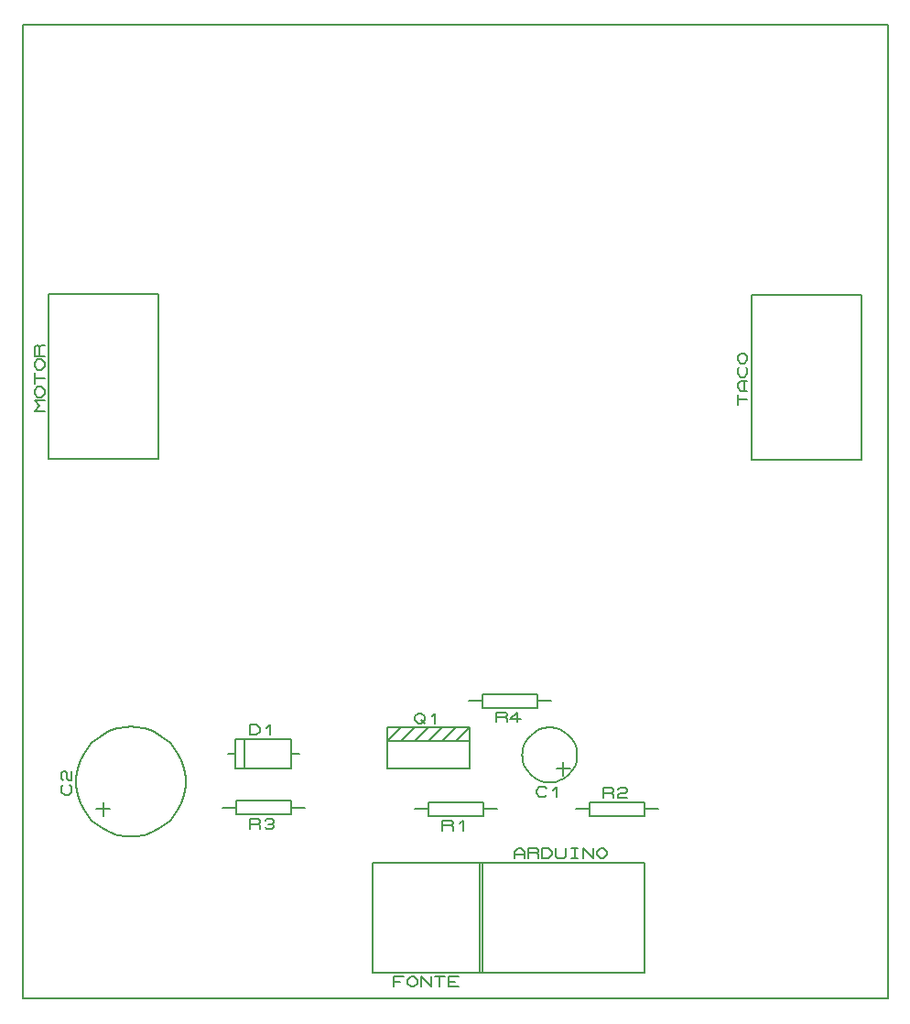
<source format=gbr>
G04 PROTEUS GERBER X2 FILE*
%TF.GenerationSoftware,Labcenter,Proteus,8.5-SP0-Build22067*%
%TF.CreationDate,2022-04-24T18:59:02+00:00*%
%TF.FileFunction,Legend,Top*%
%TF.FilePolarity,Positive*%
%TF.Part,Single*%
%FSLAX45Y45*%
%MOMM*%
G01*
%TA.AperFunction,Profile*%
%ADD71C,0.203200*%
%TA.AperFunction,Material*%
%ADD21C,0.203200*%
D71*
X+12700Y+0D02*
X+8012700Y+0D01*
X+8012700Y+9000000D01*
X+12700Y+9000000D01*
X+12700Y+0D01*
D21*
X+254700Y+4988000D02*
X+1270700Y+4988000D01*
X+254700Y+6512000D02*
X+1270700Y+6512000D01*
X+1270700Y+4988000D02*
X+1270700Y+6512000D01*
X+254700Y+6512000D02*
X+254700Y+4988000D01*
X+214060Y+5432500D02*
X+122620Y+5432500D01*
X+168340Y+5480125D01*
X+122620Y+5527750D01*
X+214060Y+5527750D01*
X+153100Y+5559500D02*
X+122620Y+5591250D01*
X+122620Y+5623000D01*
X+153100Y+5654750D01*
X+183580Y+5654750D01*
X+214060Y+5623000D01*
X+214060Y+5591250D01*
X+183580Y+5559500D01*
X+153100Y+5559500D01*
X+122620Y+5686500D02*
X+122620Y+5781750D01*
X+122620Y+5734125D02*
X+214060Y+5734125D01*
X+153100Y+5813500D02*
X+122620Y+5845250D01*
X+122620Y+5877000D01*
X+153100Y+5908750D01*
X+183580Y+5908750D01*
X+214060Y+5877000D01*
X+214060Y+5845250D01*
X+183580Y+5813500D01*
X+153100Y+5813500D01*
X+214060Y+5940500D02*
X+122620Y+5940500D01*
X+122620Y+6019875D01*
X+137860Y+6035750D01*
X+153100Y+6035750D01*
X+168340Y+6019875D01*
X+168340Y+5940500D01*
X+168340Y+6019875D02*
X+183580Y+6035750D01*
X+214060Y+6035750D01*
X+6754700Y+4980000D02*
X+7770700Y+4980000D01*
X+6754700Y+6504000D02*
X+7770700Y+6504000D01*
X+7770700Y+4980000D02*
X+7770700Y+6504000D01*
X+6754700Y+6504000D02*
X+6754700Y+4980000D01*
X+6622620Y+5488000D02*
X+6622620Y+5583250D01*
X+6622620Y+5535625D02*
X+6714060Y+5535625D01*
X+6714060Y+5615000D02*
X+6653100Y+5615000D01*
X+6622620Y+5646750D01*
X+6622620Y+5678500D01*
X+6653100Y+5710250D01*
X+6714060Y+5710250D01*
X+6683580Y+5615000D02*
X+6683580Y+5710250D01*
X+6698820Y+5837250D02*
X+6714060Y+5821375D01*
X+6714060Y+5773750D01*
X+6683580Y+5742000D01*
X+6653100Y+5742000D01*
X+6622620Y+5773750D01*
X+6622620Y+5821375D01*
X+6637860Y+5837250D01*
X+6653100Y+5869000D02*
X+6622620Y+5900750D01*
X+6622620Y+5932500D01*
X+6653100Y+5964250D01*
X+6683580Y+5964250D01*
X+6714060Y+5932500D01*
X+6714060Y+5900750D01*
X+6683580Y+5869000D01*
X+6653100Y+5869000D01*
X+4266700Y+242000D02*
X+4266700Y+1258000D01*
X+3250700Y+242000D02*
X+3250700Y+1258000D01*
X+4266700Y+1258000D02*
X+3250700Y+1258000D01*
X+4266700Y+242000D02*
X+3250700Y+242000D01*
X+3441200Y+109920D02*
X+3441200Y+201360D01*
X+3536450Y+201360D01*
X+3441200Y+155640D02*
X+3504700Y+155640D01*
X+3568200Y+170880D02*
X+3599950Y+201360D01*
X+3631700Y+201360D01*
X+3663450Y+170880D01*
X+3663450Y+140400D01*
X+3631700Y+109920D01*
X+3599950Y+109920D01*
X+3568200Y+140400D01*
X+3568200Y+170880D01*
X+3695200Y+109920D02*
X+3695200Y+201360D01*
X+3790450Y+109920D01*
X+3790450Y+201360D01*
X+3822200Y+201360D02*
X+3917450Y+201360D01*
X+3869825Y+201360D02*
X+3869825Y+109920D01*
X+4044450Y+109920D02*
X+3949200Y+109920D01*
X+3949200Y+201360D01*
X+4044450Y+201360D01*
X+3949200Y+155640D02*
X+4012700Y+155640D01*
X+4242700Y+1258000D02*
X+4242700Y+242000D01*
X+5766700Y+1258000D02*
X+5766700Y+242000D01*
X+4242700Y+242000D02*
X+5766700Y+242000D01*
X+5766700Y+1258000D02*
X+4242700Y+1258000D01*
X+4560200Y+1298640D02*
X+4560200Y+1359600D01*
X+4591950Y+1390080D01*
X+4623700Y+1390080D01*
X+4655450Y+1359600D01*
X+4655450Y+1298640D01*
X+4560200Y+1329120D02*
X+4655450Y+1329120D01*
X+4687200Y+1298640D02*
X+4687200Y+1390080D01*
X+4766575Y+1390080D01*
X+4782450Y+1374840D01*
X+4782450Y+1359600D01*
X+4766575Y+1344360D01*
X+4687200Y+1344360D01*
X+4766575Y+1344360D02*
X+4782450Y+1329120D01*
X+4782450Y+1298640D01*
X+4814200Y+1298640D02*
X+4814200Y+1390080D01*
X+4877700Y+1390080D01*
X+4909450Y+1359600D01*
X+4909450Y+1329120D01*
X+4877700Y+1298640D01*
X+4814200Y+1298640D01*
X+4941200Y+1390080D02*
X+4941200Y+1313880D01*
X+4957075Y+1298640D01*
X+5020575Y+1298640D01*
X+5036450Y+1313880D01*
X+5036450Y+1390080D01*
X+5084075Y+1390080D02*
X+5147575Y+1390080D01*
X+5115825Y+1390080D02*
X+5115825Y+1298640D01*
X+5084075Y+1298640D02*
X+5147575Y+1298640D01*
X+5195200Y+1298640D02*
X+5195200Y+1390080D01*
X+5290450Y+1298640D01*
X+5290450Y+1390080D01*
X+5322200Y+1359600D02*
X+5353950Y+1390080D01*
X+5385700Y+1390080D01*
X+5417450Y+1359600D01*
X+5417450Y+1329120D01*
X+5385700Y+1298640D01*
X+5353950Y+1298640D01*
X+5322200Y+1329120D01*
X+5322200Y+1359600D01*
X+3381700Y+2123000D02*
X+4143700Y+2123000D01*
X+4143700Y+2377000D01*
X+3381700Y+2377000D01*
X+3381700Y+2123000D01*
X+3381700Y+2377000D02*
X+3381700Y+2504000D01*
X+4143700Y+2504000D01*
X+4143700Y+2377000D01*
X+3381700Y+2377000D02*
X+3508700Y+2504000D01*
X+3508700Y+2377000D02*
X+3635700Y+2504000D01*
X+3635700Y+2377000D02*
X+3762700Y+2504000D01*
X+3762700Y+2377000D02*
X+3889700Y+2504000D01*
X+3889700Y+2377000D02*
X+4016700Y+2504000D01*
X+4016700Y+2377000D02*
X+4143700Y+2504000D01*
X+3635700Y+2605600D02*
X+3667450Y+2636080D01*
X+3699200Y+2636080D01*
X+3730950Y+2605600D01*
X+3730950Y+2575120D01*
X+3699200Y+2544640D01*
X+3667450Y+2544640D01*
X+3635700Y+2575120D01*
X+3635700Y+2605600D01*
X+3699200Y+2575120D02*
X+3730950Y+2544640D01*
X+3794450Y+2605600D02*
X+3826200Y+2636080D01*
X+3826200Y+2544640D01*
X+4401700Y+1750000D02*
X+4274700Y+1750000D01*
X+3766700Y+1686500D02*
X+4274700Y+1686500D01*
X+4274700Y+1813500D01*
X+3766700Y+1813500D01*
X+3766700Y+1686500D01*
X+3766700Y+1750000D02*
X+3639700Y+1750000D01*
X+3893700Y+1554420D02*
X+3893700Y+1645860D01*
X+3973075Y+1645860D01*
X+3988950Y+1630620D01*
X+3988950Y+1615380D01*
X+3973075Y+1600140D01*
X+3893700Y+1600140D01*
X+3973075Y+1600140D02*
X+3988950Y+1584900D01*
X+3988950Y+1554420D01*
X+4052450Y+1615380D02*
X+4084200Y+1645860D01*
X+4084200Y+1554420D01*
X+5123700Y+1750000D02*
X+5250700Y+1750000D01*
X+5250700Y+1686500D02*
X+5758700Y+1686500D01*
X+5758700Y+1813500D01*
X+5250700Y+1813500D01*
X+5250700Y+1686500D01*
X+5758700Y+1750000D02*
X+5885700Y+1750000D01*
X+5377700Y+1854140D02*
X+5377700Y+1945580D01*
X+5457075Y+1945580D01*
X+5472950Y+1930340D01*
X+5472950Y+1915100D01*
X+5457075Y+1899860D01*
X+5377700Y+1899860D01*
X+5457075Y+1899860D02*
X+5472950Y+1884620D01*
X+5472950Y+1854140D01*
X+5520575Y+1930340D02*
X+5536450Y+1945580D01*
X+5584075Y+1945580D01*
X+5599950Y+1930340D01*
X+5599950Y+1915100D01*
X+5584075Y+1899860D01*
X+5536450Y+1899860D01*
X+5520575Y+1884620D01*
X+5520575Y+1854140D01*
X+5599950Y+1854140D01*
X+2619000Y+1762700D02*
X+2492000Y+1762700D01*
X+1984000Y+1699200D02*
X+2492000Y+1699200D01*
X+2492000Y+1826200D01*
X+1984000Y+1826200D01*
X+1984000Y+1699200D01*
X+1984000Y+1762700D02*
X+1857000Y+1762700D01*
X+2111000Y+1567120D02*
X+2111000Y+1658560D01*
X+2190375Y+1658560D01*
X+2206250Y+1643320D01*
X+2206250Y+1628080D01*
X+2190375Y+1612840D01*
X+2111000Y+1612840D01*
X+2190375Y+1612840D02*
X+2206250Y+1597600D01*
X+2206250Y+1567120D01*
X+2253875Y+1643320D02*
X+2269750Y+1658560D01*
X+2317375Y+1658560D01*
X+2333250Y+1643320D01*
X+2333250Y+1628080D01*
X+2317375Y+1612840D01*
X+2333250Y+1597600D01*
X+2333250Y+1582360D01*
X+2317375Y+1567120D01*
X+2269750Y+1567120D01*
X+2253875Y+1582360D01*
X+2285625Y+1612840D02*
X+2317375Y+1612840D01*
X+1978920Y+2130620D02*
X+2497080Y+2130620D01*
X+2497080Y+2397320D01*
X+1978920Y+2397320D01*
X+1978920Y+2130620D01*
X+2060200Y+2394780D02*
X+2060200Y+2133160D01*
X+1907800Y+2262700D02*
X+1978920Y+2262700D01*
X+2497080Y+2262700D02*
X+2568200Y+2262700D01*
X+2111000Y+2437960D02*
X+2111000Y+2529400D01*
X+2174500Y+2529400D01*
X+2206250Y+2498920D01*
X+2206250Y+2468440D01*
X+2174500Y+2437960D01*
X+2111000Y+2437960D01*
X+2269750Y+2498920D02*
X+2301500Y+2529400D01*
X+2301500Y+2437960D01*
X+1520700Y+2004000D02*
X+1519147Y+2043687D01*
X+1506550Y+2123062D01*
X+1480340Y+2202437D01*
X+1438005Y+2281812D01*
X+1373922Y+2361187D01*
X+1294558Y+2426635D01*
X+1215183Y+2469902D01*
X+1135808Y+2496857D01*
X+1056433Y+2510114D01*
X+1012700Y+2512000D01*
X+504700Y+2004000D02*
X+506253Y+2043687D01*
X+518850Y+2123062D01*
X+545060Y+2202437D01*
X+587395Y+2281812D01*
X+651478Y+2361187D01*
X+730842Y+2426635D01*
X+810217Y+2469902D01*
X+889592Y+2496857D01*
X+968967Y+2510114D01*
X+1012700Y+2512000D01*
X+504700Y+2004000D02*
X+506253Y+1964313D01*
X+518850Y+1884938D01*
X+545060Y+1805563D01*
X+587395Y+1726188D01*
X+651478Y+1646813D01*
X+730842Y+1581365D01*
X+810217Y+1538098D01*
X+889592Y+1511143D01*
X+968967Y+1497886D01*
X+1012700Y+1496000D01*
X+1520700Y+2004000D02*
X+1519147Y+1964313D01*
X+1506550Y+1884938D01*
X+1480340Y+1805563D01*
X+1438005Y+1726188D01*
X+1373922Y+1646813D01*
X+1294558Y+1581365D01*
X+1215183Y+1538098D01*
X+1135808Y+1511143D01*
X+1056433Y+1497886D01*
X+1012700Y+1496000D01*
X+758700Y+1686500D02*
X+758700Y+1813500D01*
X+695200Y+1750000D02*
X+822200Y+1750000D01*
X+448820Y+1971990D02*
X+464060Y+1956115D01*
X+464060Y+1908490D01*
X+433580Y+1876740D01*
X+403100Y+1876740D01*
X+372620Y+1908490D01*
X+372620Y+1956115D01*
X+387860Y+1971990D01*
X+387860Y+2019615D02*
X+372620Y+2035490D01*
X+372620Y+2083115D01*
X+387860Y+2098990D01*
X+403100Y+2098990D01*
X+418340Y+2083115D01*
X+418340Y+2035490D01*
X+433580Y+2019615D01*
X+464060Y+2019615D01*
X+464060Y+2098990D01*
X+5139700Y+2250000D02*
X+5138873Y+2270483D01*
X+5132155Y+2311450D01*
X+5118137Y+2352417D01*
X+5095359Y+2393384D01*
X+5060559Y+2434229D01*
X+5019592Y+2465845D01*
X+4978625Y+2486392D01*
X+4937658Y+2498629D01*
X+4896691Y+2503762D01*
X+4885700Y+2504000D01*
X+4631700Y+2250000D02*
X+4632527Y+2270483D01*
X+4639245Y+2311450D01*
X+4653263Y+2352417D01*
X+4676041Y+2393384D01*
X+4710841Y+2434229D01*
X+4751808Y+2465845D01*
X+4792775Y+2486392D01*
X+4833742Y+2498629D01*
X+4874709Y+2503762D01*
X+4885700Y+2504000D01*
X+4631700Y+2250000D02*
X+4632527Y+2229517D01*
X+4639245Y+2188550D01*
X+4653263Y+2147583D01*
X+4676041Y+2106616D01*
X+4710841Y+2065771D01*
X+4751808Y+2034155D01*
X+4792775Y+2013608D01*
X+4833742Y+2001371D01*
X+4874709Y+1996238D01*
X+4885700Y+1996000D01*
X+5139700Y+2250000D02*
X+5138873Y+2229517D01*
X+5132155Y+2188550D01*
X+5118137Y+2147583D01*
X+5095359Y+2106616D01*
X+5060559Y+2065771D01*
X+5019592Y+2034155D01*
X+4978625Y+2013608D01*
X+4937658Y+2001371D01*
X+4896691Y+1996238D01*
X+4885700Y+1996000D01*
X+5076200Y+2123000D02*
X+4949200Y+2123000D01*
X+5012700Y+2059500D02*
X+5012700Y+2186500D01*
X+4854870Y+1879160D02*
X+4838995Y+1863920D01*
X+4791370Y+1863920D01*
X+4759620Y+1894400D01*
X+4759620Y+1924880D01*
X+4791370Y+1955360D01*
X+4838995Y+1955360D01*
X+4854870Y+1940120D01*
X+4918370Y+1924880D02*
X+4950120Y+1955360D01*
X+4950120Y+1863920D01*
X+4901700Y+2750000D02*
X+4774700Y+2750000D01*
X+4266700Y+2686500D02*
X+4774700Y+2686500D01*
X+4774700Y+2813500D01*
X+4266700Y+2813500D01*
X+4266700Y+2686500D01*
X+4266700Y+2750000D02*
X+4139700Y+2750000D01*
X+4393700Y+2554420D02*
X+4393700Y+2645860D01*
X+4473075Y+2645860D01*
X+4488950Y+2630620D01*
X+4488950Y+2615380D01*
X+4473075Y+2600140D01*
X+4393700Y+2600140D01*
X+4473075Y+2600140D02*
X+4488950Y+2584900D01*
X+4488950Y+2554420D01*
X+4615950Y+2584900D02*
X+4520700Y+2584900D01*
X+4584200Y+2645860D01*
X+4584200Y+2554420D01*
M02*

</source>
